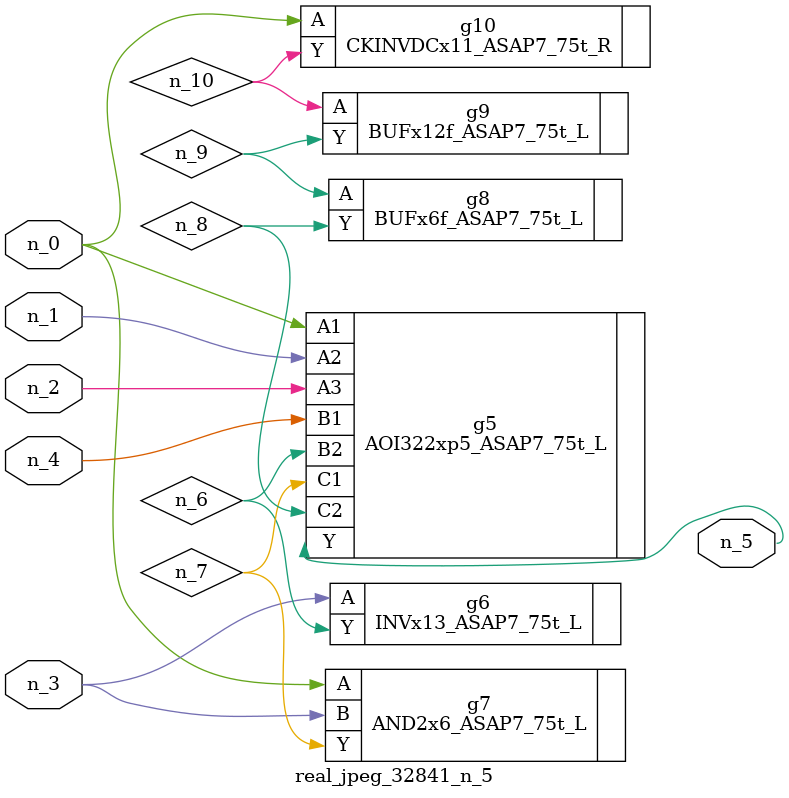
<source format=v>
module real_jpeg_32841_n_5 (n_4, n_0, n_1, n_2, n_3, n_5);

input n_4;
input n_0;
input n_1;
input n_2;
input n_3;

output n_5;

wire n_8;
wire n_6;
wire n_7;
wire n_10;
wire n_9;

AOI322xp5_ASAP7_75t_L g5 ( 
.A1(n_0),
.A2(n_1),
.A3(n_2),
.B1(n_4),
.B2(n_6),
.C1(n_7),
.C2(n_8),
.Y(n_5)
);

AND2x6_ASAP7_75t_L g7 ( 
.A(n_0),
.B(n_3),
.Y(n_7)
);

CKINVDCx11_ASAP7_75t_R g10 ( 
.A(n_0),
.Y(n_10)
);

INVx13_ASAP7_75t_L g6 ( 
.A(n_3),
.Y(n_6)
);

BUFx6f_ASAP7_75t_L g8 ( 
.A(n_9),
.Y(n_8)
);

BUFx12f_ASAP7_75t_L g9 ( 
.A(n_10),
.Y(n_9)
);


endmodule
</source>
